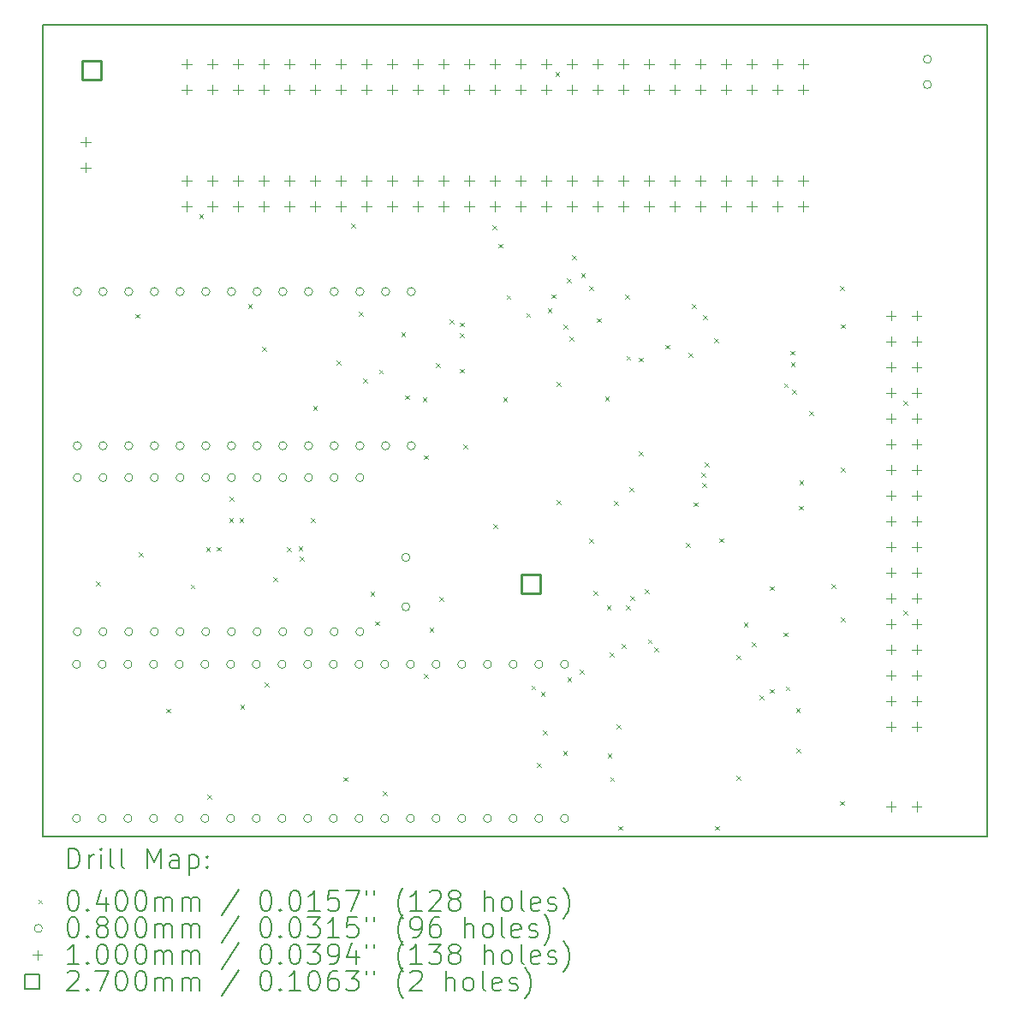
<source format=gbr>
%TF.GenerationSoftware,KiCad,Pcbnew,(6.0.7)*%
%TF.CreationDate,2022-12-20T23:03:32+00:00*%
%TF.ProjectId,CPC464-2MINIDDI,43504334-3634-42d3-924d-494e49444449,rev?*%
%TF.SameCoordinates,Original*%
%TF.FileFunction,Drillmap*%
%TF.FilePolarity,Positive*%
%FSLAX45Y45*%
G04 Gerber Fmt 4.5, Leading zero omitted, Abs format (unit mm)*
G04 Created by KiCad (PCBNEW (6.0.7)) date 2022-12-20 23:03:32*
%MOMM*%
%LPD*%
G01*
G04 APERTURE LIST*
%ADD10C,0.150000*%
%ADD11C,0.200000*%
%ADD12C,0.040000*%
%ADD13C,0.080000*%
%ADD14C,0.100000*%
%ADD15C,0.270000*%
G04 APERTURE END LIST*
D10*
X3349760Y-2150880D02*
X12686800Y-2150880D01*
X12686800Y-2150880D02*
X12686800Y-10172200D01*
X12686800Y-10172200D02*
X3349760Y-10172200D01*
X3349760Y-10172200D02*
X3349760Y-2150880D01*
D11*
D12*
X3873110Y-7655410D02*
X3913110Y-7695410D01*
X3913110Y-7655410D02*
X3873110Y-7695410D01*
X4262670Y-5006530D02*
X4302670Y-5046530D01*
X4302670Y-5006530D02*
X4262670Y-5046530D01*
X4294460Y-7365480D02*
X4334460Y-7405480D01*
X4334460Y-7365480D02*
X4294460Y-7405480D01*
X4569830Y-8911630D02*
X4609830Y-8951630D01*
X4609830Y-8911630D02*
X4569830Y-8951630D01*
X4808670Y-7683960D02*
X4848670Y-7723960D01*
X4848670Y-7683960D02*
X4808670Y-7723960D01*
X4892120Y-4021070D02*
X4932120Y-4061070D01*
X4932120Y-4021070D02*
X4892120Y-4061070D01*
X4960980Y-7313130D02*
X5000980Y-7353130D01*
X5000980Y-7313130D02*
X4960980Y-7353130D01*
X4973520Y-9762370D02*
X5013520Y-9802370D01*
X5013520Y-9762370D02*
X4973520Y-9802370D01*
X5065090Y-7310620D02*
X5105090Y-7350620D01*
X5105090Y-7310620D02*
X5065090Y-7350620D01*
X5189020Y-7026530D02*
X5229020Y-7066530D01*
X5229020Y-7026530D02*
X5189020Y-7066530D01*
X5194240Y-6812270D02*
X5234240Y-6852270D01*
X5234240Y-6812270D02*
X5194240Y-6852270D01*
X5291800Y-7026730D02*
X5331800Y-7066730D01*
X5331800Y-7026730D02*
X5291800Y-7066730D01*
X5300120Y-8873010D02*
X5340120Y-8913010D01*
X5340120Y-8873010D02*
X5300120Y-8913010D01*
X5374980Y-4913070D02*
X5414980Y-4953070D01*
X5414980Y-4913070D02*
X5374980Y-4953070D01*
X5513470Y-5333690D02*
X5553470Y-5373690D01*
X5553470Y-5333690D02*
X5513470Y-5373690D01*
X5540740Y-8653870D02*
X5580740Y-8693870D01*
X5580740Y-8653870D02*
X5540740Y-8693870D01*
X5624520Y-7610740D02*
X5664520Y-7650740D01*
X5664520Y-7610740D02*
X5624520Y-7650740D01*
X5760930Y-7312790D02*
X5800930Y-7352790D01*
X5800930Y-7312790D02*
X5760930Y-7352790D01*
X5875990Y-7309280D02*
X5915990Y-7349280D01*
X5915990Y-7309280D02*
X5875990Y-7349280D01*
X5890530Y-7409700D02*
X5930530Y-7449700D01*
X5930530Y-7409700D02*
X5890530Y-7449700D01*
X5999500Y-7026240D02*
X6039500Y-7066240D01*
X6039500Y-7026240D02*
X5999500Y-7066240D01*
X6018040Y-5919180D02*
X6058040Y-5959180D01*
X6058040Y-5919180D02*
X6018040Y-5959180D01*
X6249090Y-5469140D02*
X6289090Y-5509140D01*
X6289090Y-5469140D02*
X6249090Y-5509140D01*
X6318330Y-9588820D02*
X6358330Y-9628820D01*
X6358330Y-9588820D02*
X6318330Y-9628820D01*
X6395860Y-4117080D02*
X6435860Y-4157080D01*
X6435860Y-4117080D02*
X6395860Y-4157080D01*
X6472320Y-4987140D02*
X6512320Y-5027140D01*
X6512320Y-4987140D02*
X6472320Y-5027140D01*
X6512200Y-5649510D02*
X6552200Y-5689510D01*
X6552200Y-5649510D02*
X6512200Y-5689510D01*
X6586850Y-7757650D02*
X6626850Y-7797650D01*
X6626850Y-7757650D02*
X6586850Y-7797650D01*
X6635760Y-8046130D02*
X6675760Y-8086130D01*
X6675760Y-8046130D02*
X6635760Y-8086130D01*
X6671140Y-5557020D02*
X6711140Y-5597020D01*
X6711140Y-5557020D02*
X6671140Y-5597020D01*
X6709790Y-9728110D02*
X6749790Y-9768110D01*
X6749790Y-9728110D02*
X6709790Y-9768110D01*
X6891560Y-5187730D02*
X6931560Y-5227730D01*
X6931560Y-5187730D02*
X6891560Y-5227730D01*
X6927070Y-5812360D02*
X6967070Y-5852360D01*
X6967070Y-5812360D02*
X6927070Y-5852360D01*
X7102950Y-5834470D02*
X7142950Y-5874470D01*
X7142950Y-5834470D02*
X7102950Y-5874470D01*
X7116420Y-8565460D02*
X7156420Y-8605460D01*
X7156420Y-8565460D02*
X7116420Y-8605460D01*
X7117050Y-6403920D02*
X7157050Y-6443920D01*
X7157050Y-6403920D02*
X7117050Y-6443920D01*
X7171530Y-8112390D02*
X7211530Y-8152390D01*
X7211530Y-8112390D02*
X7171530Y-8152390D01*
X7234690Y-5495350D02*
X7274690Y-5535350D01*
X7274690Y-5495350D02*
X7234690Y-5535350D01*
X7266720Y-7804280D02*
X7306720Y-7844280D01*
X7306720Y-7804280D02*
X7266720Y-7844280D01*
X7369780Y-5064750D02*
X7409780Y-5104750D01*
X7409780Y-5064750D02*
X7369780Y-5104750D01*
X7470020Y-5550200D02*
X7510020Y-5590200D01*
X7510020Y-5550200D02*
X7470020Y-5590200D01*
X7470580Y-5196220D02*
X7510580Y-5236220D01*
X7510580Y-5196220D02*
X7470580Y-5236220D01*
X7471580Y-5091310D02*
X7511580Y-5131310D01*
X7511580Y-5091310D02*
X7471580Y-5131310D01*
X7506020Y-6296980D02*
X7546020Y-6336980D01*
X7546020Y-6296980D02*
X7506020Y-6336980D01*
X7791850Y-4129130D02*
X7831850Y-4169130D01*
X7831850Y-4129130D02*
X7791850Y-4169130D01*
X7802380Y-7089250D02*
X7842380Y-7129250D01*
X7842380Y-7089250D02*
X7802380Y-7129250D01*
X7849970Y-4314520D02*
X7889970Y-4354520D01*
X7889970Y-4314520D02*
X7849970Y-4354520D01*
X7898480Y-5833910D02*
X7938480Y-5873910D01*
X7938480Y-5833910D02*
X7898480Y-5873910D01*
X7933440Y-4822080D02*
X7973440Y-4862080D01*
X7973440Y-4822080D02*
X7933440Y-4862080D01*
X8126600Y-4998010D02*
X8166600Y-5038010D01*
X8166600Y-4998010D02*
X8126600Y-5038010D01*
X8176890Y-8683080D02*
X8216890Y-8723080D01*
X8216890Y-8683080D02*
X8176890Y-8723080D01*
X8231960Y-9449970D02*
X8271960Y-9489970D01*
X8271960Y-9449970D02*
X8231960Y-9489970D01*
X8271170Y-8742590D02*
X8311170Y-8782590D01*
X8311170Y-8742590D02*
X8271170Y-8782590D01*
X8292540Y-9128820D02*
X8332540Y-9168820D01*
X8332540Y-9128820D02*
X8292540Y-9168820D01*
X8339000Y-4954670D02*
X8379000Y-4994670D01*
X8379000Y-4954670D02*
X8339000Y-4994670D01*
X8378250Y-4812600D02*
X8418250Y-4852600D01*
X8418250Y-4812600D02*
X8378250Y-4852600D01*
X8415950Y-2618210D02*
X8455950Y-2658210D01*
X8455950Y-2618210D02*
X8415950Y-2658210D01*
X8426730Y-5679000D02*
X8466730Y-5719000D01*
X8466730Y-5679000D02*
X8426730Y-5719000D01*
X8426730Y-6850800D02*
X8466730Y-6890800D01*
X8466730Y-6850800D02*
X8426730Y-6890800D01*
X8491540Y-9327200D02*
X8531540Y-9367200D01*
X8531540Y-9327200D02*
X8491540Y-9367200D01*
X8497060Y-5112840D02*
X8537060Y-5152840D01*
X8537060Y-5112840D02*
X8497060Y-5152840D01*
X8530210Y-4653640D02*
X8570210Y-4693640D01*
X8570210Y-4653640D02*
X8530210Y-4693640D01*
X8532820Y-8599710D02*
X8572820Y-8639710D01*
X8572820Y-8599710D02*
X8532820Y-8639710D01*
X8551950Y-5231020D02*
X8591950Y-5271020D01*
X8591950Y-5231020D02*
X8551950Y-5271020D01*
X8579510Y-4430160D02*
X8619510Y-4470160D01*
X8619510Y-4430160D02*
X8579510Y-4470160D01*
X8656040Y-8527100D02*
X8696040Y-8567100D01*
X8696040Y-8527100D02*
X8656040Y-8567100D01*
X8667830Y-4604370D02*
X8707830Y-4644370D01*
X8707830Y-4604370D02*
X8667830Y-4644370D01*
X8746700Y-4730610D02*
X8786700Y-4770610D01*
X8786700Y-4730610D02*
X8746700Y-4770610D01*
X8746700Y-7232640D02*
X8786700Y-7272640D01*
X8786700Y-7232640D02*
X8746700Y-7272640D01*
X8791850Y-7747040D02*
X8831850Y-7787040D01*
X8831850Y-7747040D02*
X8791850Y-7787040D01*
X8826200Y-5050810D02*
X8866200Y-5090810D01*
X8866200Y-5050810D02*
X8826200Y-5090810D01*
X8906080Y-5823770D02*
X8946080Y-5863770D01*
X8946080Y-5823770D02*
X8906080Y-5863770D01*
X8921980Y-7889440D02*
X8961980Y-7929440D01*
X8961980Y-7889440D02*
X8921980Y-7929440D01*
X8930310Y-9357630D02*
X8970310Y-9397630D01*
X8970310Y-9357630D02*
X8930310Y-9397630D01*
X8952190Y-8354720D02*
X8992190Y-8394720D01*
X8992190Y-8354720D02*
X8952190Y-8394720D01*
X8956970Y-9588820D02*
X8996970Y-9628820D01*
X8996970Y-9588820D02*
X8956970Y-9628820D01*
X8997540Y-6858740D02*
X9037540Y-6898740D01*
X9037540Y-6858740D02*
X8997540Y-6898740D01*
X9021250Y-9064530D02*
X9061250Y-9104530D01*
X9061250Y-9064530D02*
X9021250Y-9104530D01*
X9037420Y-10071200D02*
X9077420Y-10111200D01*
X9077420Y-10071200D02*
X9037420Y-10111200D01*
X9073040Y-8269910D02*
X9113040Y-8309910D01*
X9113040Y-8269910D02*
X9073040Y-8309910D01*
X9103770Y-4818450D02*
X9143770Y-4858450D01*
X9143770Y-4818450D02*
X9103770Y-4858450D01*
X9111070Y-7891870D02*
X9151070Y-7931870D01*
X9151070Y-7891870D02*
X9111070Y-7931870D01*
X9117220Y-5422460D02*
X9157220Y-5462460D01*
X9157220Y-5422460D02*
X9117220Y-5462460D01*
X9149980Y-6724850D02*
X9189980Y-6764850D01*
X9189980Y-6724850D02*
X9149980Y-6764850D01*
X9158210Y-7797560D02*
X9198210Y-7837560D01*
X9198210Y-7797560D02*
X9158210Y-7837560D01*
X9238840Y-5440320D02*
X9278840Y-5480320D01*
X9278840Y-5440320D02*
X9238840Y-5480320D01*
X9238990Y-6367620D02*
X9278990Y-6407620D01*
X9278990Y-6367620D02*
X9238990Y-6407620D01*
X9297690Y-7731940D02*
X9337690Y-7771940D01*
X9337690Y-7731940D02*
X9297690Y-7771940D01*
X9328920Y-8224280D02*
X9368920Y-8264280D01*
X9368920Y-8224280D02*
X9328920Y-8264280D01*
X9391090Y-8303570D02*
X9431090Y-8343570D01*
X9431090Y-8303570D02*
X9391090Y-8343570D01*
X9505200Y-5312920D02*
X9545200Y-5352920D01*
X9545200Y-5312920D02*
X9505200Y-5352920D01*
X9705320Y-7273690D02*
X9745320Y-7313690D01*
X9745320Y-7273690D02*
X9705320Y-7313690D01*
X9732570Y-5391220D02*
X9772570Y-5431220D01*
X9772570Y-5391220D02*
X9732570Y-5431220D01*
X9767810Y-4907720D02*
X9807810Y-4947720D01*
X9807810Y-4907720D02*
X9767810Y-4947720D01*
X9780110Y-6870390D02*
X9820110Y-6910390D01*
X9820110Y-6870390D02*
X9780110Y-6910390D01*
X9857310Y-6576760D02*
X9897310Y-6616760D01*
X9897310Y-6576760D02*
X9857310Y-6616760D01*
X9867370Y-6677960D02*
X9907370Y-6717960D01*
X9907370Y-6677960D02*
X9867370Y-6717960D01*
X9878370Y-5019930D02*
X9918370Y-5059930D01*
X9918370Y-5019930D02*
X9878370Y-5059930D01*
X9894840Y-6475570D02*
X9934840Y-6515570D01*
X9934840Y-6475570D02*
X9894840Y-6515570D01*
X9987560Y-5246070D02*
X10027560Y-5286070D01*
X10027560Y-5246070D02*
X9987560Y-5286070D01*
X9992900Y-10071200D02*
X10032900Y-10111200D01*
X10032900Y-10071200D02*
X9992900Y-10111200D01*
X10033470Y-7226630D02*
X10073470Y-7266630D01*
X10073470Y-7226630D02*
X10033470Y-7266630D01*
X10205870Y-8379780D02*
X10245870Y-8419780D01*
X10245870Y-8379780D02*
X10205870Y-8419780D01*
X10206000Y-9573580D02*
X10246000Y-9613580D01*
X10246000Y-9573580D02*
X10206000Y-9613580D01*
X10277990Y-8061370D02*
X10317990Y-8101370D01*
X10317990Y-8061370D02*
X10277990Y-8101370D01*
X10357200Y-8252780D02*
X10397200Y-8292780D01*
X10397200Y-8252780D02*
X10357200Y-8292780D01*
X10435310Y-8781940D02*
X10475310Y-8821940D01*
X10475310Y-8781940D02*
X10435310Y-8821940D01*
X10532950Y-8716380D02*
X10572950Y-8756380D01*
X10572950Y-8716380D02*
X10532950Y-8756380D01*
X10536030Y-7700790D02*
X10576030Y-7740790D01*
X10576030Y-7700790D02*
X10536030Y-7740790D01*
X10668550Y-8157530D02*
X10708550Y-8197530D01*
X10708550Y-8157530D02*
X10668550Y-8197530D01*
X10676380Y-5693650D02*
X10716380Y-5733650D01*
X10716380Y-5693650D02*
X10676380Y-5733650D01*
X10691490Y-8691700D02*
X10731490Y-8731700D01*
X10731490Y-8691700D02*
X10691490Y-8731700D01*
X10736120Y-5372420D02*
X10776120Y-5412420D01*
X10776120Y-5372420D02*
X10736120Y-5412420D01*
X10742910Y-5488920D02*
X10782910Y-5528920D01*
X10782910Y-5488920D02*
X10742910Y-5528920D01*
X10753840Y-5757620D02*
X10793840Y-5797620D01*
X10793840Y-5757620D02*
X10753840Y-5797620D01*
X10794710Y-8907240D02*
X10834710Y-8947240D01*
X10834710Y-8907240D02*
X10794710Y-8947240D01*
X10795740Y-9307240D02*
X10835740Y-9347240D01*
X10835740Y-9307240D02*
X10795740Y-9347240D01*
X10825940Y-6904700D02*
X10865940Y-6944700D01*
X10865940Y-6904700D02*
X10825940Y-6944700D01*
X10828220Y-6655120D02*
X10868220Y-6695120D01*
X10868220Y-6655120D02*
X10828220Y-6695120D01*
X10925020Y-5971040D02*
X10965020Y-6011040D01*
X10965020Y-5971040D02*
X10925020Y-6011040D01*
X11145870Y-7680210D02*
X11185870Y-7720210D01*
X11185870Y-7680210D02*
X11145870Y-7720210D01*
X11232200Y-4732340D02*
X11272200Y-4772340D01*
X11272200Y-4732340D02*
X11232200Y-4772340D01*
X11232200Y-9825040D02*
X11272200Y-9865040D01*
X11272200Y-9825040D02*
X11232200Y-9865040D01*
X11237300Y-5108260D02*
X11277300Y-5148260D01*
X11277300Y-5108260D02*
X11237300Y-5148260D01*
X11237300Y-6528120D02*
X11277300Y-6568120D01*
X11277300Y-6528120D02*
X11237300Y-6568120D01*
X11237300Y-8006400D02*
X11277300Y-8046400D01*
X11277300Y-8006400D02*
X11237300Y-8046400D01*
X11855420Y-5868430D02*
X11895420Y-5908430D01*
X11895420Y-5868430D02*
X11855420Y-5908430D01*
X11857780Y-7942360D02*
X11897780Y-7982360D01*
X11897780Y-7942360D02*
X11857780Y-7982360D01*
D13*
X3719960Y-8472940D02*
G75*
G03*
X3719960Y-8472940I-40000J0D01*
G01*
X3719960Y-9996940D02*
G75*
G03*
X3719960Y-9996940I-40000J0D01*
G01*
X3728080Y-4787400D02*
G75*
G03*
X3728080Y-4787400I-40000J0D01*
G01*
X3728080Y-6311400D02*
G75*
G03*
X3728080Y-6311400I-40000J0D01*
G01*
X3728080Y-6626860D02*
G75*
G03*
X3728080Y-6626860I-40000J0D01*
G01*
X3728080Y-8150860D02*
G75*
G03*
X3728080Y-8150860I-40000J0D01*
G01*
X3973960Y-8472940D02*
G75*
G03*
X3973960Y-8472940I-40000J0D01*
G01*
X3973960Y-9996940D02*
G75*
G03*
X3973960Y-9996940I-40000J0D01*
G01*
X3982080Y-4787400D02*
G75*
G03*
X3982080Y-4787400I-40000J0D01*
G01*
X3982080Y-6311400D02*
G75*
G03*
X3982080Y-6311400I-40000J0D01*
G01*
X3982080Y-6626860D02*
G75*
G03*
X3982080Y-6626860I-40000J0D01*
G01*
X3982080Y-8150860D02*
G75*
G03*
X3982080Y-8150860I-40000J0D01*
G01*
X4227960Y-8472940D02*
G75*
G03*
X4227960Y-8472940I-40000J0D01*
G01*
X4227960Y-9996940D02*
G75*
G03*
X4227960Y-9996940I-40000J0D01*
G01*
X4236080Y-4787400D02*
G75*
G03*
X4236080Y-4787400I-40000J0D01*
G01*
X4236080Y-6311400D02*
G75*
G03*
X4236080Y-6311400I-40000J0D01*
G01*
X4236080Y-6626860D02*
G75*
G03*
X4236080Y-6626860I-40000J0D01*
G01*
X4236080Y-8150860D02*
G75*
G03*
X4236080Y-8150860I-40000J0D01*
G01*
X4481960Y-8472940D02*
G75*
G03*
X4481960Y-8472940I-40000J0D01*
G01*
X4481960Y-9996940D02*
G75*
G03*
X4481960Y-9996940I-40000J0D01*
G01*
X4490080Y-4787400D02*
G75*
G03*
X4490080Y-4787400I-40000J0D01*
G01*
X4490080Y-6311400D02*
G75*
G03*
X4490080Y-6311400I-40000J0D01*
G01*
X4490080Y-6626860D02*
G75*
G03*
X4490080Y-6626860I-40000J0D01*
G01*
X4490080Y-8150860D02*
G75*
G03*
X4490080Y-8150860I-40000J0D01*
G01*
X4735960Y-8472940D02*
G75*
G03*
X4735960Y-8472940I-40000J0D01*
G01*
X4735960Y-9996940D02*
G75*
G03*
X4735960Y-9996940I-40000J0D01*
G01*
X4744080Y-4787400D02*
G75*
G03*
X4744080Y-4787400I-40000J0D01*
G01*
X4744080Y-6311400D02*
G75*
G03*
X4744080Y-6311400I-40000J0D01*
G01*
X4744080Y-6626860D02*
G75*
G03*
X4744080Y-6626860I-40000J0D01*
G01*
X4744080Y-8150860D02*
G75*
G03*
X4744080Y-8150860I-40000J0D01*
G01*
X4989960Y-8472940D02*
G75*
G03*
X4989960Y-8472940I-40000J0D01*
G01*
X4989960Y-9996940D02*
G75*
G03*
X4989960Y-9996940I-40000J0D01*
G01*
X4998080Y-4787400D02*
G75*
G03*
X4998080Y-4787400I-40000J0D01*
G01*
X4998080Y-6311400D02*
G75*
G03*
X4998080Y-6311400I-40000J0D01*
G01*
X4998080Y-6626860D02*
G75*
G03*
X4998080Y-6626860I-40000J0D01*
G01*
X4998080Y-8150860D02*
G75*
G03*
X4998080Y-8150860I-40000J0D01*
G01*
X5243960Y-8472940D02*
G75*
G03*
X5243960Y-8472940I-40000J0D01*
G01*
X5243960Y-9996940D02*
G75*
G03*
X5243960Y-9996940I-40000J0D01*
G01*
X5252080Y-4787400D02*
G75*
G03*
X5252080Y-4787400I-40000J0D01*
G01*
X5252080Y-6311400D02*
G75*
G03*
X5252080Y-6311400I-40000J0D01*
G01*
X5252080Y-6626860D02*
G75*
G03*
X5252080Y-6626860I-40000J0D01*
G01*
X5252080Y-8150860D02*
G75*
G03*
X5252080Y-8150860I-40000J0D01*
G01*
X5497960Y-8472940D02*
G75*
G03*
X5497960Y-8472940I-40000J0D01*
G01*
X5497960Y-9996940D02*
G75*
G03*
X5497960Y-9996940I-40000J0D01*
G01*
X5506080Y-4787400D02*
G75*
G03*
X5506080Y-4787400I-40000J0D01*
G01*
X5506080Y-6311400D02*
G75*
G03*
X5506080Y-6311400I-40000J0D01*
G01*
X5506080Y-6626860D02*
G75*
G03*
X5506080Y-6626860I-40000J0D01*
G01*
X5506080Y-8150860D02*
G75*
G03*
X5506080Y-8150860I-40000J0D01*
G01*
X5751960Y-8472940D02*
G75*
G03*
X5751960Y-8472940I-40000J0D01*
G01*
X5751960Y-9996940D02*
G75*
G03*
X5751960Y-9996940I-40000J0D01*
G01*
X5760080Y-4787400D02*
G75*
G03*
X5760080Y-4787400I-40000J0D01*
G01*
X5760080Y-6311400D02*
G75*
G03*
X5760080Y-6311400I-40000J0D01*
G01*
X5760080Y-6626860D02*
G75*
G03*
X5760080Y-6626860I-40000J0D01*
G01*
X5760080Y-8150860D02*
G75*
G03*
X5760080Y-8150860I-40000J0D01*
G01*
X6005960Y-8472940D02*
G75*
G03*
X6005960Y-8472940I-40000J0D01*
G01*
X6005960Y-9996940D02*
G75*
G03*
X6005960Y-9996940I-40000J0D01*
G01*
X6014080Y-4787400D02*
G75*
G03*
X6014080Y-4787400I-40000J0D01*
G01*
X6014080Y-6311400D02*
G75*
G03*
X6014080Y-6311400I-40000J0D01*
G01*
X6014080Y-6626860D02*
G75*
G03*
X6014080Y-6626860I-40000J0D01*
G01*
X6014080Y-8150860D02*
G75*
G03*
X6014080Y-8150860I-40000J0D01*
G01*
X6259960Y-8472940D02*
G75*
G03*
X6259960Y-8472940I-40000J0D01*
G01*
X6259960Y-9996940D02*
G75*
G03*
X6259960Y-9996940I-40000J0D01*
G01*
X6268080Y-4787400D02*
G75*
G03*
X6268080Y-4787400I-40000J0D01*
G01*
X6268080Y-6311400D02*
G75*
G03*
X6268080Y-6311400I-40000J0D01*
G01*
X6268080Y-6626860D02*
G75*
G03*
X6268080Y-6626860I-40000J0D01*
G01*
X6268080Y-8150860D02*
G75*
G03*
X6268080Y-8150860I-40000J0D01*
G01*
X6513960Y-8472940D02*
G75*
G03*
X6513960Y-8472940I-40000J0D01*
G01*
X6513960Y-9996940D02*
G75*
G03*
X6513960Y-9996940I-40000J0D01*
G01*
X6522080Y-4787400D02*
G75*
G03*
X6522080Y-4787400I-40000J0D01*
G01*
X6522080Y-6311400D02*
G75*
G03*
X6522080Y-6311400I-40000J0D01*
G01*
X6522080Y-6626860D02*
G75*
G03*
X6522080Y-6626860I-40000J0D01*
G01*
X6522080Y-8150860D02*
G75*
G03*
X6522080Y-8150860I-40000J0D01*
G01*
X6767960Y-8472940D02*
G75*
G03*
X6767960Y-8472940I-40000J0D01*
G01*
X6767960Y-9996940D02*
G75*
G03*
X6767960Y-9996940I-40000J0D01*
G01*
X6776080Y-4787400D02*
G75*
G03*
X6776080Y-4787400I-40000J0D01*
G01*
X6776080Y-6311400D02*
G75*
G03*
X6776080Y-6311400I-40000J0D01*
G01*
X6976740Y-7415100D02*
G75*
G03*
X6976740Y-7415100I-40000J0D01*
G01*
X6976740Y-7903100D02*
G75*
G03*
X6976740Y-7903100I-40000J0D01*
G01*
X7021960Y-8472940D02*
G75*
G03*
X7021960Y-8472940I-40000J0D01*
G01*
X7021960Y-9996940D02*
G75*
G03*
X7021960Y-9996940I-40000J0D01*
G01*
X7030080Y-4787400D02*
G75*
G03*
X7030080Y-4787400I-40000J0D01*
G01*
X7030080Y-6311400D02*
G75*
G03*
X7030080Y-6311400I-40000J0D01*
G01*
X7275960Y-8472940D02*
G75*
G03*
X7275960Y-8472940I-40000J0D01*
G01*
X7275960Y-9996940D02*
G75*
G03*
X7275960Y-9996940I-40000J0D01*
G01*
X7529960Y-8472940D02*
G75*
G03*
X7529960Y-8472940I-40000J0D01*
G01*
X7529960Y-9996940D02*
G75*
G03*
X7529960Y-9996940I-40000J0D01*
G01*
X7783960Y-8472940D02*
G75*
G03*
X7783960Y-8472940I-40000J0D01*
G01*
X7783960Y-9996940D02*
G75*
G03*
X7783960Y-9996940I-40000J0D01*
G01*
X8037960Y-8472940D02*
G75*
G03*
X8037960Y-8472940I-40000J0D01*
G01*
X8037960Y-9996940D02*
G75*
G03*
X8037960Y-9996940I-40000J0D01*
G01*
X8291960Y-8472940D02*
G75*
G03*
X8291960Y-8472940I-40000J0D01*
G01*
X8291960Y-9996940D02*
G75*
G03*
X8291960Y-9996940I-40000J0D01*
G01*
X8545960Y-8472940D02*
G75*
G03*
X8545960Y-8472940I-40000J0D01*
G01*
X8545960Y-9996940D02*
G75*
G03*
X8545960Y-9996940I-40000J0D01*
G01*
X12132940Y-2489200D02*
G75*
G03*
X12132940Y-2489200I-40000J0D01*
G01*
X12132940Y-2739200D02*
G75*
G03*
X12132940Y-2739200I-40000J0D01*
G01*
D14*
X3771900Y-3255040D02*
X3771900Y-3355040D01*
X3721900Y-3305040D02*
X3821900Y-3305040D01*
X3771900Y-3509040D02*
X3771900Y-3609040D01*
X3721900Y-3559040D02*
X3821900Y-3559040D01*
X4767580Y-2484920D02*
X4767580Y-2584920D01*
X4717580Y-2534920D02*
X4817580Y-2534920D01*
X4767580Y-2738920D02*
X4767580Y-2838920D01*
X4717580Y-2788920D02*
X4817580Y-2788920D01*
X4767580Y-3638080D02*
X4767580Y-3738080D01*
X4717580Y-3688080D02*
X4817580Y-3688080D01*
X4767580Y-3892080D02*
X4767580Y-3992080D01*
X4717580Y-3942080D02*
X4817580Y-3942080D01*
X5021580Y-2484920D02*
X5021580Y-2584920D01*
X4971580Y-2534920D02*
X5071580Y-2534920D01*
X5021580Y-2738920D02*
X5021580Y-2838920D01*
X4971580Y-2788920D02*
X5071580Y-2788920D01*
X5021580Y-3638080D02*
X5021580Y-3738080D01*
X4971580Y-3688080D02*
X5071580Y-3688080D01*
X5021580Y-3892080D02*
X5021580Y-3992080D01*
X4971580Y-3942080D02*
X5071580Y-3942080D01*
X5275580Y-2484920D02*
X5275580Y-2584920D01*
X5225580Y-2534920D02*
X5325580Y-2534920D01*
X5275580Y-2738920D02*
X5275580Y-2838920D01*
X5225580Y-2788920D02*
X5325580Y-2788920D01*
X5275580Y-3638080D02*
X5275580Y-3738080D01*
X5225580Y-3688080D02*
X5325580Y-3688080D01*
X5275580Y-3892080D02*
X5275580Y-3992080D01*
X5225580Y-3942080D02*
X5325580Y-3942080D01*
X5529580Y-2484920D02*
X5529580Y-2584920D01*
X5479580Y-2534920D02*
X5579580Y-2534920D01*
X5529580Y-2738920D02*
X5529580Y-2838920D01*
X5479580Y-2788920D02*
X5579580Y-2788920D01*
X5529580Y-3638080D02*
X5529580Y-3738080D01*
X5479580Y-3688080D02*
X5579580Y-3688080D01*
X5529580Y-3892080D02*
X5529580Y-3992080D01*
X5479580Y-3942080D02*
X5579580Y-3942080D01*
X5783580Y-2484920D02*
X5783580Y-2584920D01*
X5733580Y-2534920D02*
X5833580Y-2534920D01*
X5783580Y-2738920D02*
X5783580Y-2838920D01*
X5733580Y-2788920D02*
X5833580Y-2788920D01*
X5783580Y-3638080D02*
X5783580Y-3738080D01*
X5733580Y-3688080D02*
X5833580Y-3688080D01*
X5783580Y-3892080D02*
X5783580Y-3992080D01*
X5733580Y-3942080D02*
X5833580Y-3942080D01*
X6037580Y-2484920D02*
X6037580Y-2584920D01*
X5987580Y-2534920D02*
X6087580Y-2534920D01*
X6037580Y-2738920D02*
X6037580Y-2838920D01*
X5987580Y-2788920D02*
X6087580Y-2788920D01*
X6037580Y-3638080D02*
X6037580Y-3738080D01*
X5987580Y-3688080D02*
X6087580Y-3688080D01*
X6037580Y-3892080D02*
X6037580Y-3992080D01*
X5987580Y-3942080D02*
X6087580Y-3942080D01*
X6291580Y-2484920D02*
X6291580Y-2584920D01*
X6241580Y-2534920D02*
X6341580Y-2534920D01*
X6291580Y-2738920D02*
X6291580Y-2838920D01*
X6241580Y-2788920D02*
X6341580Y-2788920D01*
X6291580Y-3638080D02*
X6291580Y-3738080D01*
X6241580Y-3688080D02*
X6341580Y-3688080D01*
X6291580Y-3892080D02*
X6291580Y-3992080D01*
X6241580Y-3942080D02*
X6341580Y-3942080D01*
X6545580Y-2484920D02*
X6545580Y-2584920D01*
X6495580Y-2534920D02*
X6595580Y-2534920D01*
X6545580Y-2738920D02*
X6545580Y-2838920D01*
X6495580Y-2788920D02*
X6595580Y-2788920D01*
X6545580Y-3638080D02*
X6545580Y-3738080D01*
X6495580Y-3688080D02*
X6595580Y-3688080D01*
X6545580Y-3892080D02*
X6545580Y-3992080D01*
X6495580Y-3942080D02*
X6595580Y-3942080D01*
X6799580Y-2484920D02*
X6799580Y-2584920D01*
X6749580Y-2534920D02*
X6849580Y-2534920D01*
X6799580Y-2738920D02*
X6799580Y-2838920D01*
X6749580Y-2788920D02*
X6849580Y-2788920D01*
X6799580Y-3638080D02*
X6799580Y-3738080D01*
X6749580Y-3688080D02*
X6849580Y-3688080D01*
X6799580Y-3892080D02*
X6799580Y-3992080D01*
X6749580Y-3942080D02*
X6849580Y-3942080D01*
X7053580Y-2484920D02*
X7053580Y-2584920D01*
X7003580Y-2534920D02*
X7103580Y-2534920D01*
X7053580Y-2738920D02*
X7053580Y-2838920D01*
X7003580Y-2788920D02*
X7103580Y-2788920D01*
X7053580Y-3638080D02*
X7053580Y-3738080D01*
X7003580Y-3688080D02*
X7103580Y-3688080D01*
X7053580Y-3892080D02*
X7053580Y-3992080D01*
X7003580Y-3942080D02*
X7103580Y-3942080D01*
X7307580Y-2484920D02*
X7307580Y-2584920D01*
X7257580Y-2534920D02*
X7357580Y-2534920D01*
X7307580Y-2738920D02*
X7307580Y-2838920D01*
X7257580Y-2788920D02*
X7357580Y-2788920D01*
X7307580Y-3638080D02*
X7307580Y-3738080D01*
X7257580Y-3688080D02*
X7357580Y-3688080D01*
X7307580Y-3892080D02*
X7307580Y-3992080D01*
X7257580Y-3942080D02*
X7357580Y-3942080D01*
X7561580Y-2484920D02*
X7561580Y-2584920D01*
X7511580Y-2534920D02*
X7611580Y-2534920D01*
X7561580Y-2738920D02*
X7561580Y-2838920D01*
X7511580Y-2788920D02*
X7611580Y-2788920D01*
X7561580Y-3638080D02*
X7561580Y-3738080D01*
X7511580Y-3688080D02*
X7611580Y-3688080D01*
X7561580Y-3892080D02*
X7561580Y-3992080D01*
X7511580Y-3942080D02*
X7611580Y-3942080D01*
X7815580Y-2484920D02*
X7815580Y-2584920D01*
X7765580Y-2534920D02*
X7865580Y-2534920D01*
X7815580Y-2738920D02*
X7815580Y-2838920D01*
X7765580Y-2788920D02*
X7865580Y-2788920D01*
X7815580Y-3638080D02*
X7815580Y-3738080D01*
X7765580Y-3688080D02*
X7865580Y-3688080D01*
X7815580Y-3892080D02*
X7815580Y-3992080D01*
X7765580Y-3942080D02*
X7865580Y-3942080D01*
X8069580Y-2484920D02*
X8069580Y-2584920D01*
X8019580Y-2534920D02*
X8119580Y-2534920D01*
X8069580Y-2738920D02*
X8069580Y-2838920D01*
X8019580Y-2788920D02*
X8119580Y-2788920D01*
X8069580Y-3638080D02*
X8069580Y-3738080D01*
X8019580Y-3688080D02*
X8119580Y-3688080D01*
X8069580Y-3892080D02*
X8069580Y-3992080D01*
X8019580Y-3942080D02*
X8119580Y-3942080D01*
X8323580Y-2484920D02*
X8323580Y-2584920D01*
X8273580Y-2534920D02*
X8373580Y-2534920D01*
X8323580Y-2738920D02*
X8323580Y-2838920D01*
X8273580Y-2788920D02*
X8373580Y-2788920D01*
X8323580Y-3638080D02*
X8323580Y-3738080D01*
X8273580Y-3688080D02*
X8373580Y-3688080D01*
X8323580Y-3892080D02*
X8323580Y-3992080D01*
X8273580Y-3942080D02*
X8373580Y-3942080D01*
X8577580Y-2484920D02*
X8577580Y-2584920D01*
X8527580Y-2534920D02*
X8627580Y-2534920D01*
X8577580Y-2738920D02*
X8577580Y-2838920D01*
X8527580Y-2788920D02*
X8627580Y-2788920D01*
X8577580Y-3638080D02*
X8577580Y-3738080D01*
X8527580Y-3688080D02*
X8627580Y-3688080D01*
X8577580Y-3892080D02*
X8577580Y-3992080D01*
X8527580Y-3942080D02*
X8627580Y-3942080D01*
X8831580Y-2484920D02*
X8831580Y-2584920D01*
X8781580Y-2534920D02*
X8881580Y-2534920D01*
X8831580Y-2738920D02*
X8831580Y-2838920D01*
X8781580Y-2788920D02*
X8881580Y-2788920D01*
X8831580Y-3638080D02*
X8831580Y-3738080D01*
X8781580Y-3688080D02*
X8881580Y-3688080D01*
X8831580Y-3892080D02*
X8831580Y-3992080D01*
X8781580Y-3942080D02*
X8881580Y-3942080D01*
X9085580Y-2484920D02*
X9085580Y-2584920D01*
X9035580Y-2534920D02*
X9135580Y-2534920D01*
X9085580Y-2738920D02*
X9085580Y-2838920D01*
X9035580Y-2788920D02*
X9135580Y-2788920D01*
X9085580Y-3638080D02*
X9085580Y-3738080D01*
X9035580Y-3688080D02*
X9135580Y-3688080D01*
X9085580Y-3892080D02*
X9085580Y-3992080D01*
X9035580Y-3942080D02*
X9135580Y-3942080D01*
X9339580Y-2484920D02*
X9339580Y-2584920D01*
X9289580Y-2534920D02*
X9389580Y-2534920D01*
X9339580Y-2738920D02*
X9339580Y-2838920D01*
X9289580Y-2788920D02*
X9389580Y-2788920D01*
X9339580Y-3638080D02*
X9339580Y-3738080D01*
X9289580Y-3688080D02*
X9389580Y-3688080D01*
X9339580Y-3892080D02*
X9339580Y-3992080D01*
X9289580Y-3942080D02*
X9389580Y-3942080D01*
X9593580Y-2484920D02*
X9593580Y-2584920D01*
X9543580Y-2534920D02*
X9643580Y-2534920D01*
X9593580Y-2738920D02*
X9593580Y-2838920D01*
X9543580Y-2788920D02*
X9643580Y-2788920D01*
X9593580Y-3638080D02*
X9593580Y-3738080D01*
X9543580Y-3688080D02*
X9643580Y-3688080D01*
X9593580Y-3892080D02*
X9593580Y-3992080D01*
X9543580Y-3942080D02*
X9643580Y-3942080D01*
X9847580Y-2484920D02*
X9847580Y-2584920D01*
X9797580Y-2534920D02*
X9897580Y-2534920D01*
X9847580Y-2738920D02*
X9847580Y-2838920D01*
X9797580Y-2788920D02*
X9897580Y-2788920D01*
X9847580Y-3638080D02*
X9847580Y-3738080D01*
X9797580Y-3688080D02*
X9897580Y-3688080D01*
X9847580Y-3892080D02*
X9847580Y-3992080D01*
X9797580Y-3942080D02*
X9897580Y-3942080D01*
X10101580Y-2484920D02*
X10101580Y-2584920D01*
X10051580Y-2534920D02*
X10151580Y-2534920D01*
X10101580Y-2738920D02*
X10101580Y-2838920D01*
X10051580Y-2788920D02*
X10151580Y-2788920D01*
X10101580Y-3638080D02*
X10101580Y-3738080D01*
X10051580Y-3688080D02*
X10151580Y-3688080D01*
X10101580Y-3892080D02*
X10101580Y-3992080D01*
X10051580Y-3942080D02*
X10151580Y-3942080D01*
X10355580Y-2484920D02*
X10355580Y-2584920D01*
X10305580Y-2534920D02*
X10405580Y-2534920D01*
X10355580Y-2738920D02*
X10355580Y-2838920D01*
X10305580Y-2788920D02*
X10405580Y-2788920D01*
X10355580Y-3638080D02*
X10355580Y-3738080D01*
X10305580Y-3688080D02*
X10405580Y-3688080D01*
X10355580Y-3892080D02*
X10355580Y-3992080D01*
X10305580Y-3942080D02*
X10405580Y-3942080D01*
X10609580Y-2484920D02*
X10609580Y-2584920D01*
X10559580Y-2534920D02*
X10659580Y-2534920D01*
X10609580Y-2738920D02*
X10609580Y-2838920D01*
X10559580Y-2788920D02*
X10659580Y-2788920D01*
X10609580Y-3638080D02*
X10609580Y-3738080D01*
X10559580Y-3688080D02*
X10659580Y-3688080D01*
X10609580Y-3892080D02*
X10609580Y-3992080D01*
X10559580Y-3942080D02*
X10659580Y-3942080D01*
X10863580Y-2484920D02*
X10863580Y-2584920D01*
X10813580Y-2534920D02*
X10913580Y-2534920D01*
X10863580Y-2738920D02*
X10863580Y-2838920D01*
X10813580Y-2788920D02*
X10913580Y-2788920D01*
X10863580Y-3638080D02*
X10863580Y-3738080D01*
X10813580Y-3688080D02*
X10913580Y-3688080D01*
X10863580Y-3892080D02*
X10863580Y-3992080D01*
X10813580Y-3942080D02*
X10913580Y-3942080D01*
X11732760Y-9828060D02*
X11732760Y-9928060D01*
X11682760Y-9878060D02*
X11782760Y-9878060D01*
X11733210Y-4974120D02*
X11733210Y-5074120D01*
X11683210Y-5024120D02*
X11783210Y-5024120D01*
X11733210Y-5228120D02*
X11733210Y-5328120D01*
X11683210Y-5278120D02*
X11783210Y-5278120D01*
X11733210Y-5482120D02*
X11733210Y-5582120D01*
X11683210Y-5532120D02*
X11783210Y-5532120D01*
X11733210Y-5736120D02*
X11733210Y-5836120D01*
X11683210Y-5786120D02*
X11783210Y-5786120D01*
X11733210Y-5990120D02*
X11733210Y-6090120D01*
X11683210Y-6040120D02*
X11783210Y-6040120D01*
X11733210Y-6244120D02*
X11733210Y-6344120D01*
X11683210Y-6294120D02*
X11783210Y-6294120D01*
X11733210Y-6498120D02*
X11733210Y-6598120D01*
X11683210Y-6548120D02*
X11783210Y-6548120D01*
X11733210Y-6752120D02*
X11733210Y-6852120D01*
X11683210Y-6802120D02*
X11783210Y-6802120D01*
X11733210Y-7006120D02*
X11733210Y-7106120D01*
X11683210Y-7056120D02*
X11783210Y-7056120D01*
X11733210Y-7260120D02*
X11733210Y-7360120D01*
X11683210Y-7310120D02*
X11783210Y-7310120D01*
X11733210Y-7514120D02*
X11733210Y-7614120D01*
X11683210Y-7564120D02*
X11783210Y-7564120D01*
X11733210Y-7768120D02*
X11733210Y-7868120D01*
X11683210Y-7818120D02*
X11783210Y-7818120D01*
X11733210Y-8022120D02*
X11733210Y-8122120D01*
X11683210Y-8072120D02*
X11783210Y-8072120D01*
X11733210Y-8276120D02*
X11733210Y-8376120D01*
X11683210Y-8326120D02*
X11783210Y-8326120D01*
X11733210Y-8530120D02*
X11733210Y-8630120D01*
X11683210Y-8580120D02*
X11783210Y-8580120D01*
X11733210Y-8784120D02*
X11733210Y-8884120D01*
X11683210Y-8834120D02*
X11783210Y-8834120D01*
X11733210Y-9038120D02*
X11733210Y-9138120D01*
X11683210Y-9088120D02*
X11783210Y-9088120D01*
X11986760Y-9828060D02*
X11986760Y-9928060D01*
X11936760Y-9878060D02*
X12036760Y-9878060D01*
X11987210Y-4974120D02*
X11987210Y-5074120D01*
X11937210Y-5024120D02*
X12037210Y-5024120D01*
X11987210Y-5228120D02*
X11987210Y-5328120D01*
X11937210Y-5278120D02*
X12037210Y-5278120D01*
X11987210Y-5482120D02*
X11987210Y-5582120D01*
X11937210Y-5532120D02*
X12037210Y-5532120D01*
X11987210Y-5736120D02*
X11987210Y-5836120D01*
X11937210Y-5786120D02*
X12037210Y-5786120D01*
X11987210Y-5990120D02*
X11987210Y-6090120D01*
X11937210Y-6040120D02*
X12037210Y-6040120D01*
X11987210Y-6244120D02*
X11987210Y-6344120D01*
X11937210Y-6294120D02*
X12037210Y-6294120D01*
X11987210Y-6498120D02*
X11987210Y-6598120D01*
X11937210Y-6548120D02*
X12037210Y-6548120D01*
X11987210Y-6752120D02*
X11987210Y-6852120D01*
X11937210Y-6802120D02*
X12037210Y-6802120D01*
X11987210Y-7006120D02*
X11987210Y-7106120D01*
X11937210Y-7056120D02*
X12037210Y-7056120D01*
X11987210Y-7260120D02*
X11987210Y-7360120D01*
X11937210Y-7310120D02*
X12037210Y-7310120D01*
X11987210Y-7514120D02*
X11987210Y-7614120D01*
X11937210Y-7564120D02*
X12037210Y-7564120D01*
X11987210Y-7768120D02*
X11987210Y-7868120D01*
X11937210Y-7818120D02*
X12037210Y-7818120D01*
X11987210Y-8022120D02*
X11987210Y-8122120D01*
X11937210Y-8072120D02*
X12037210Y-8072120D01*
X11987210Y-8276120D02*
X11987210Y-8376120D01*
X11937210Y-8326120D02*
X12037210Y-8326120D01*
X11987210Y-8530120D02*
X11987210Y-8630120D01*
X11937210Y-8580120D02*
X12037210Y-8580120D01*
X11987210Y-8784120D02*
X11987210Y-8884120D01*
X11937210Y-8834120D02*
X12037210Y-8834120D01*
X11987210Y-9038120D02*
X11987210Y-9138120D01*
X11937210Y-9088120D02*
X12037210Y-9088120D01*
D15*
X3922740Y-2693380D02*
X3922740Y-2502460D01*
X3731820Y-2502460D01*
X3731820Y-2693380D01*
X3922740Y-2693380D01*
X8266140Y-7773380D02*
X8266140Y-7582460D01*
X8075220Y-7582460D01*
X8075220Y-7773380D01*
X8266140Y-7773380D01*
D11*
X3599879Y-10490176D02*
X3599879Y-10290176D01*
X3647498Y-10290176D01*
X3676069Y-10299700D01*
X3695117Y-10318748D01*
X3704641Y-10337795D01*
X3714165Y-10375890D01*
X3714165Y-10404462D01*
X3704641Y-10442557D01*
X3695117Y-10461605D01*
X3676069Y-10480652D01*
X3647498Y-10490176D01*
X3599879Y-10490176D01*
X3799879Y-10490176D02*
X3799879Y-10356843D01*
X3799879Y-10394938D02*
X3809403Y-10375890D01*
X3818927Y-10366367D01*
X3837974Y-10356843D01*
X3857022Y-10356843D01*
X3923688Y-10490176D02*
X3923688Y-10356843D01*
X3923688Y-10290176D02*
X3914165Y-10299700D01*
X3923688Y-10309224D01*
X3933212Y-10299700D01*
X3923688Y-10290176D01*
X3923688Y-10309224D01*
X4047498Y-10490176D02*
X4028450Y-10480652D01*
X4018927Y-10461605D01*
X4018927Y-10290176D01*
X4152260Y-10490176D02*
X4133212Y-10480652D01*
X4123688Y-10461605D01*
X4123688Y-10290176D01*
X4380831Y-10490176D02*
X4380831Y-10290176D01*
X4447498Y-10433033D01*
X4514165Y-10290176D01*
X4514165Y-10490176D01*
X4695117Y-10490176D02*
X4695117Y-10385414D01*
X4685593Y-10366367D01*
X4666546Y-10356843D01*
X4628450Y-10356843D01*
X4609403Y-10366367D01*
X4695117Y-10480652D02*
X4676070Y-10490176D01*
X4628450Y-10490176D01*
X4609403Y-10480652D01*
X4599879Y-10461605D01*
X4599879Y-10442557D01*
X4609403Y-10423510D01*
X4628450Y-10413986D01*
X4676070Y-10413986D01*
X4695117Y-10404462D01*
X4790355Y-10356843D02*
X4790355Y-10556843D01*
X4790355Y-10366367D02*
X4809403Y-10356843D01*
X4847498Y-10356843D01*
X4866546Y-10366367D01*
X4876070Y-10375890D01*
X4885593Y-10394938D01*
X4885593Y-10452081D01*
X4876070Y-10471129D01*
X4866546Y-10480652D01*
X4847498Y-10490176D01*
X4809403Y-10490176D01*
X4790355Y-10480652D01*
X4971308Y-10471129D02*
X4980831Y-10480652D01*
X4971308Y-10490176D01*
X4961784Y-10480652D01*
X4971308Y-10471129D01*
X4971308Y-10490176D01*
X4971308Y-10366367D02*
X4980831Y-10375890D01*
X4971308Y-10385414D01*
X4961784Y-10375890D01*
X4971308Y-10366367D01*
X4971308Y-10385414D01*
D12*
X3302260Y-10799700D02*
X3342260Y-10839700D01*
X3342260Y-10799700D02*
X3302260Y-10839700D01*
D11*
X3637974Y-10710176D02*
X3657022Y-10710176D01*
X3676069Y-10719700D01*
X3685593Y-10729224D01*
X3695117Y-10748271D01*
X3704641Y-10786367D01*
X3704641Y-10833986D01*
X3695117Y-10872081D01*
X3685593Y-10891129D01*
X3676069Y-10900652D01*
X3657022Y-10910176D01*
X3637974Y-10910176D01*
X3618927Y-10900652D01*
X3609403Y-10891129D01*
X3599879Y-10872081D01*
X3590355Y-10833986D01*
X3590355Y-10786367D01*
X3599879Y-10748271D01*
X3609403Y-10729224D01*
X3618927Y-10719700D01*
X3637974Y-10710176D01*
X3790355Y-10891129D02*
X3799879Y-10900652D01*
X3790355Y-10910176D01*
X3780831Y-10900652D01*
X3790355Y-10891129D01*
X3790355Y-10910176D01*
X3971308Y-10776843D02*
X3971308Y-10910176D01*
X3923688Y-10700652D02*
X3876069Y-10843510D01*
X3999879Y-10843510D01*
X4114165Y-10710176D02*
X4133212Y-10710176D01*
X4152260Y-10719700D01*
X4161784Y-10729224D01*
X4171308Y-10748271D01*
X4180831Y-10786367D01*
X4180831Y-10833986D01*
X4171308Y-10872081D01*
X4161784Y-10891129D01*
X4152260Y-10900652D01*
X4133212Y-10910176D01*
X4114165Y-10910176D01*
X4095117Y-10900652D01*
X4085593Y-10891129D01*
X4076069Y-10872081D01*
X4066546Y-10833986D01*
X4066546Y-10786367D01*
X4076069Y-10748271D01*
X4085593Y-10729224D01*
X4095117Y-10719700D01*
X4114165Y-10710176D01*
X4304641Y-10710176D02*
X4323689Y-10710176D01*
X4342736Y-10719700D01*
X4352260Y-10729224D01*
X4361784Y-10748271D01*
X4371308Y-10786367D01*
X4371308Y-10833986D01*
X4361784Y-10872081D01*
X4352260Y-10891129D01*
X4342736Y-10900652D01*
X4323689Y-10910176D01*
X4304641Y-10910176D01*
X4285593Y-10900652D01*
X4276070Y-10891129D01*
X4266546Y-10872081D01*
X4257022Y-10833986D01*
X4257022Y-10786367D01*
X4266546Y-10748271D01*
X4276070Y-10729224D01*
X4285593Y-10719700D01*
X4304641Y-10710176D01*
X4457022Y-10910176D02*
X4457022Y-10776843D01*
X4457022Y-10795890D02*
X4466546Y-10786367D01*
X4485593Y-10776843D01*
X4514165Y-10776843D01*
X4533212Y-10786367D01*
X4542736Y-10805414D01*
X4542736Y-10910176D01*
X4542736Y-10805414D02*
X4552260Y-10786367D01*
X4571308Y-10776843D01*
X4599879Y-10776843D01*
X4618927Y-10786367D01*
X4628450Y-10805414D01*
X4628450Y-10910176D01*
X4723689Y-10910176D02*
X4723689Y-10776843D01*
X4723689Y-10795890D02*
X4733212Y-10786367D01*
X4752260Y-10776843D01*
X4780831Y-10776843D01*
X4799879Y-10786367D01*
X4809403Y-10805414D01*
X4809403Y-10910176D01*
X4809403Y-10805414D02*
X4818927Y-10786367D01*
X4837974Y-10776843D01*
X4866546Y-10776843D01*
X4885593Y-10786367D01*
X4895117Y-10805414D01*
X4895117Y-10910176D01*
X5285593Y-10700652D02*
X5114165Y-10957795D01*
X5542736Y-10710176D02*
X5561784Y-10710176D01*
X5580831Y-10719700D01*
X5590355Y-10729224D01*
X5599879Y-10748271D01*
X5609403Y-10786367D01*
X5609403Y-10833986D01*
X5599879Y-10872081D01*
X5590355Y-10891129D01*
X5580831Y-10900652D01*
X5561784Y-10910176D01*
X5542736Y-10910176D01*
X5523689Y-10900652D01*
X5514165Y-10891129D01*
X5504641Y-10872081D01*
X5495117Y-10833986D01*
X5495117Y-10786367D01*
X5504641Y-10748271D01*
X5514165Y-10729224D01*
X5523689Y-10719700D01*
X5542736Y-10710176D01*
X5695117Y-10891129D02*
X5704641Y-10900652D01*
X5695117Y-10910176D01*
X5685593Y-10900652D01*
X5695117Y-10891129D01*
X5695117Y-10910176D01*
X5828450Y-10710176D02*
X5847498Y-10710176D01*
X5866546Y-10719700D01*
X5876069Y-10729224D01*
X5885593Y-10748271D01*
X5895117Y-10786367D01*
X5895117Y-10833986D01*
X5885593Y-10872081D01*
X5876069Y-10891129D01*
X5866546Y-10900652D01*
X5847498Y-10910176D01*
X5828450Y-10910176D01*
X5809403Y-10900652D01*
X5799879Y-10891129D01*
X5790355Y-10872081D01*
X5780831Y-10833986D01*
X5780831Y-10786367D01*
X5790355Y-10748271D01*
X5799879Y-10729224D01*
X5809403Y-10719700D01*
X5828450Y-10710176D01*
X6085593Y-10910176D02*
X5971308Y-10910176D01*
X6028450Y-10910176D02*
X6028450Y-10710176D01*
X6009403Y-10738748D01*
X5990355Y-10757795D01*
X5971308Y-10767319D01*
X6266546Y-10710176D02*
X6171308Y-10710176D01*
X6161784Y-10805414D01*
X6171308Y-10795890D01*
X6190355Y-10786367D01*
X6237974Y-10786367D01*
X6257022Y-10795890D01*
X6266546Y-10805414D01*
X6276069Y-10824462D01*
X6276069Y-10872081D01*
X6266546Y-10891129D01*
X6257022Y-10900652D01*
X6237974Y-10910176D01*
X6190355Y-10910176D01*
X6171308Y-10900652D01*
X6161784Y-10891129D01*
X6342736Y-10710176D02*
X6476069Y-10710176D01*
X6390355Y-10910176D01*
X6542736Y-10710176D02*
X6542736Y-10748271D01*
X6618927Y-10710176D02*
X6618927Y-10748271D01*
X6914165Y-10986367D02*
X6904641Y-10976843D01*
X6885593Y-10948271D01*
X6876069Y-10929224D01*
X6866546Y-10900652D01*
X6857022Y-10853033D01*
X6857022Y-10814938D01*
X6866546Y-10767319D01*
X6876069Y-10738748D01*
X6885593Y-10719700D01*
X6904641Y-10691129D01*
X6914165Y-10681605D01*
X7095117Y-10910176D02*
X6980831Y-10910176D01*
X7037974Y-10910176D02*
X7037974Y-10710176D01*
X7018927Y-10738748D01*
X6999879Y-10757795D01*
X6980831Y-10767319D01*
X7171308Y-10729224D02*
X7180831Y-10719700D01*
X7199879Y-10710176D01*
X7247498Y-10710176D01*
X7266546Y-10719700D01*
X7276069Y-10729224D01*
X7285593Y-10748271D01*
X7285593Y-10767319D01*
X7276069Y-10795890D01*
X7161784Y-10910176D01*
X7285593Y-10910176D01*
X7399879Y-10795890D02*
X7380831Y-10786367D01*
X7371308Y-10776843D01*
X7361784Y-10757795D01*
X7361784Y-10748271D01*
X7371308Y-10729224D01*
X7380831Y-10719700D01*
X7399879Y-10710176D01*
X7437974Y-10710176D01*
X7457022Y-10719700D01*
X7466546Y-10729224D01*
X7476069Y-10748271D01*
X7476069Y-10757795D01*
X7466546Y-10776843D01*
X7457022Y-10786367D01*
X7437974Y-10795890D01*
X7399879Y-10795890D01*
X7380831Y-10805414D01*
X7371308Y-10814938D01*
X7361784Y-10833986D01*
X7361784Y-10872081D01*
X7371308Y-10891129D01*
X7380831Y-10900652D01*
X7399879Y-10910176D01*
X7437974Y-10910176D01*
X7457022Y-10900652D01*
X7466546Y-10891129D01*
X7476069Y-10872081D01*
X7476069Y-10833986D01*
X7466546Y-10814938D01*
X7457022Y-10805414D01*
X7437974Y-10795890D01*
X7714165Y-10910176D02*
X7714165Y-10710176D01*
X7799879Y-10910176D02*
X7799879Y-10805414D01*
X7790355Y-10786367D01*
X7771308Y-10776843D01*
X7742736Y-10776843D01*
X7723688Y-10786367D01*
X7714165Y-10795890D01*
X7923688Y-10910176D02*
X7904641Y-10900652D01*
X7895117Y-10891129D01*
X7885593Y-10872081D01*
X7885593Y-10814938D01*
X7895117Y-10795890D01*
X7904641Y-10786367D01*
X7923688Y-10776843D01*
X7952260Y-10776843D01*
X7971308Y-10786367D01*
X7980831Y-10795890D01*
X7990355Y-10814938D01*
X7990355Y-10872081D01*
X7980831Y-10891129D01*
X7971308Y-10900652D01*
X7952260Y-10910176D01*
X7923688Y-10910176D01*
X8104641Y-10910176D02*
X8085593Y-10900652D01*
X8076069Y-10881605D01*
X8076069Y-10710176D01*
X8257022Y-10900652D02*
X8237974Y-10910176D01*
X8199879Y-10910176D01*
X8180831Y-10900652D01*
X8171308Y-10881605D01*
X8171308Y-10805414D01*
X8180831Y-10786367D01*
X8199879Y-10776843D01*
X8237974Y-10776843D01*
X8257022Y-10786367D01*
X8266546Y-10805414D01*
X8266546Y-10824462D01*
X8171308Y-10843510D01*
X8342736Y-10900652D02*
X8361784Y-10910176D01*
X8399879Y-10910176D01*
X8418927Y-10900652D01*
X8428450Y-10881605D01*
X8428450Y-10872081D01*
X8418927Y-10853033D01*
X8399879Y-10843510D01*
X8371308Y-10843510D01*
X8352260Y-10833986D01*
X8342736Y-10814938D01*
X8342736Y-10805414D01*
X8352260Y-10786367D01*
X8371308Y-10776843D01*
X8399879Y-10776843D01*
X8418927Y-10786367D01*
X8495117Y-10986367D02*
X8504641Y-10976843D01*
X8523689Y-10948271D01*
X8533212Y-10929224D01*
X8542736Y-10900652D01*
X8552260Y-10853033D01*
X8552260Y-10814938D01*
X8542736Y-10767319D01*
X8533212Y-10738748D01*
X8523689Y-10719700D01*
X8504641Y-10691129D01*
X8495117Y-10681605D01*
D13*
X3342260Y-11083700D02*
G75*
G03*
X3342260Y-11083700I-40000J0D01*
G01*
D11*
X3637974Y-10974176D02*
X3657022Y-10974176D01*
X3676069Y-10983700D01*
X3685593Y-10993224D01*
X3695117Y-11012271D01*
X3704641Y-11050367D01*
X3704641Y-11097986D01*
X3695117Y-11136081D01*
X3685593Y-11155129D01*
X3676069Y-11164652D01*
X3657022Y-11174176D01*
X3637974Y-11174176D01*
X3618927Y-11164652D01*
X3609403Y-11155129D01*
X3599879Y-11136081D01*
X3590355Y-11097986D01*
X3590355Y-11050367D01*
X3599879Y-11012271D01*
X3609403Y-10993224D01*
X3618927Y-10983700D01*
X3637974Y-10974176D01*
X3790355Y-11155129D02*
X3799879Y-11164652D01*
X3790355Y-11174176D01*
X3780831Y-11164652D01*
X3790355Y-11155129D01*
X3790355Y-11174176D01*
X3914165Y-11059890D02*
X3895117Y-11050367D01*
X3885593Y-11040843D01*
X3876069Y-11021795D01*
X3876069Y-11012271D01*
X3885593Y-10993224D01*
X3895117Y-10983700D01*
X3914165Y-10974176D01*
X3952260Y-10974176D01*
X3971308Y-10983700D01*
X3980831Y-10993224D01*
X3990355Y-11012271D01*
X3990355Y-11021795D01*
X3980831Y-11040843D01*
X3971308Y-11050367D01*
X3952260Y-11059890D01*
X3914165Y-11059890D01*
X3895117Y-11069414D01*
X3885593Y-11078938D01*
X3876069Y-11097986D01*
X3876069Y-11136081D01*
X3885593Y-11155129D01*
X3895117Y-11164652D01*
X3914165Y-11174176D01*
X3952260Y-11174176D01*
X3971308Y-11164652D01*
X3980831Y-11155129D01*
X3990355Y-11136081D01*
X3990355Y-11097986D01*
X3980831Y-11078938D01*
X3971308Y-11069414D01*
X3952260Y-11059890D01*
X4114165Y-10974176D02*
X4133212Y-10974176D01*
X4152260Y-10983700D01*
X4161784Y-10993224D01*
X4171308Y-11012271D01*
X4180831Y-11050367D01*
X4180831Y-11097986D01*
X4171308Y-11136081D01*
X4161784Y-11155129D01*
X4152260Y-11164652D01*
X4133212Y-11174176D01*
X4114165Y-11174176D01*
X4095117Y-11164652D01*
X4085593Y-11155129D01*
X4076069Y-11136081D01*
X4066546Y-11097986D01*
X4066546Y-11050367D01*
X4076069Y-11012271D01*
X4085593Y-10993224D01*
X4095117Y-10983700D01*
X4114165Y-10974176D01*
X4304641Y-10974176D02*
X4323689Y-10974176D01*
X4342736Y-10983700D01*
X4352260Y-10993224D01*
X4361784Y-11012271D01*
X4371308Y-11050367D01*
X4371308Y-11097986D01*
X4361784Y-11136081D01*
X4352260Y-11155129D01*
X4342736Y-11164652D01*
X4323689Y-11174176D01*
X4304641Y-11174176D01*
X4285593Y-11164652D01*
X4276070Y-11155129D01*
X4266546Y-11136081D01*
X4257022Y-11097986D01*
X4257022Y-11050367D01*
X4266546Y-11012271D01*
X4276070Y-10993224D01*
X4285593Y-10983700D01*
X4304641Y-10974176D01*
X4457022Y-11174176D02*
X4457022Y-11040843D01*
X4457022Y-11059890D02*
X4466546Y-11050367D01*
X4485593Y-11040843D01*
X4514165Y-11040843D01*
X4533212Y-11050367D01*
X4542736Y-11069414D01*
X4542736Y-11174176D01*
X4542736Y-11069414D02*
X4552260Y-11050367D01*
X4571308Y-11040843D01*
X4599879Y-11040843D01*
X4618927Y-11050367D01*
X4628450Y-11069414D01*
X4628450Y-11174176D01*
X4723689Y-11174176D02*
X4723689Y-11040843D01*
X4723689Y-11059890D02*
X4733212Y-11050367D01*
X4752260Y-11040843D01*
X4780831Y-11040843D01*
X4799879Y-11050367D01*
X4809403Y-11069414D01*
X4809403Y-11174176D01*
X4809403Y-11069414D02*
X4818927Y-11050367D01*
X4837974Y-11040843D01*
X4866546Y-11040843D01*
X4885593Y-11050367D01*
X4895117Y-11069414D01*
X4895117Y-11174176D01*
X5285593Y-10964652D02*
X5114165Y-11221795D01*
X5542736Y-10974176D02*
X5561784Y-10974176D01*
X5580831Y-10983700D01*
X5590355Y-10993224D01*
X5599879Y-11012271D01*
X5609403Y-11050367D01*
X5609403Y-11097986D01*
X5599879Y-11136081D01*
X5590355Y-11155129D01*
X5580831Y-11164652D01*
X5561784Y-11174176D01*
X5542736Y-11174176D01*
X5523689Y-11164652D01*
X5514165Y-11155129D01*
X5504641Y-11136081D01*
X5495117Y-11097986D01*
X5495117Y-11050367D01*
X5504641Y-11012271D01*
X5514165Y-10993224D01*
X5523689Y-10983700D01*
X5542736Y-10974176D01*
X5695117Y-11155129D02*
X5704641Y-11164652D01*
X5695117Y-11174176D01*
X5685593Y-11164652D01*
X5695117Y-11155129D01*
X5695117Y-11174176D01*
X5828450Y-10974176D02*
X5847498Y-10974176D01*
X5866546Y-10983700D01*
X5876069Y-10993224D01*
X5885593Y-11012271D01*
X5895117Y-11050367D01*
X5895117Y-11097986D01*
X5885593Y-11136081D01*
X5876069Y-11155129D01*
X5866546Y-11164652D01*
X5847498Y-11174176D01*
X5828450Y-11174176D01*
X5809403Y-11164652D01*
X5799879Y-11155129D01*
X5790355Y-11136081D01*
X5780831Y-11097986D01*
X5780831Y-11050367D01*
X5790355Y-11012271D01*
X5799879Y-10993224D01*
X5809403Y-10983700D01*
X5828450Y-10974176D01*
X5961784Y-10974176D02*
X6085593Y-10974176D01*
X6018927Y-11050367D01*
X6047498Y-11050367D01*
X6066546Y-11059890D01*
X6076069Y-11069414D01*
X6085593Y-11088462D01*
X6085593Y-11136081D01*
X6076069Y-11155129D01*
X6066546Y-11164652D01*
X6047498Y-11174176D01*
X5990355Y-11174176D01*
X5971308Y-11164652D01*
X5961784Y-11155129D01*
X6276069Y-11174176D02*
X6161784Y-11174176D01*
X6218927Y-11174176D02*
X6218927Y-10974176D01*
X6199879Y-11002748D01*
X6180831Y-11021795D01*
X6161784Y-11031319D01*
X6457022Y-10974176D02*
X6361784Y-10974176D01*
X6352260Y-11069414D01*
X6361784Y-11059890D01*
X6380831Y-11050367D01*
X6428450Y-11050367D01*
X6447498Y-11059890D01*
X6457022Y-11069414D01*
X6466546Y-11088462D01*
X6466546Y-11136081D01*
X6457022Y-11155129D01*
X6447498Y-11164652D01*
X6428450Y-11174176D01*
X6380831Y-11174176D01*
X6361784Y-11164652D01*
X6352260Y-11155129D01*
X6542736Y-10974176D02*
X6542736Y-11012271D01*
X6618927Y-10974176D02*
X6618927Y-11012271D01*
X6914165Y-11250367D02*
X6904641Y-11240843D01*
X6885593Y-11212271D01*
X6876069Y-11193224D01*
X6866546Y-11164652D01*
X6857022Y-11117033D01*
X6857022Y-11078938D01*
X6866546Y-11031319D01*
X6876069Y-11002748D01*
X6885593Y-10983700D01*
X6904641Y-10955129D01*
X6914165Y-10945605D01*
X6999879Y-11174176D02*
X7037974Y-11174176D01*
X7057022Y-11164652D01*
X7066546Y-11155129D01*
X7085593Y-11126557D01*
X7095117Y-11088462D01*
X7095117Y-11012271D01*
X7085593Y-10993224D01*
X7076069Y-10983700D01*
X7057022Y-10974176D01*
X7018927Y-10974176D01*
X6999879Y-10983700D01*
X6990355Y-10993224D01*
X6980831Y-11012271D01*
X6980831Y-11059890D01*
X6990355Y-11078938D01*
X6999879Y-11088462D01*
X7018927Y-11097986D01*
X7057022Y-11097986D01*
X7076069Y-11088462D01*
X7085593Y-11078938D01*
X7095117Y-11059890D01*
X7266546Y-10974176D02*
X7228450Y-10974176D01*
X7209403Y-10983700D01*
X7199879Y-10993224D01*
X7180831Y-11021795D01*
X7171308Y-11059890D01*
X7171308Y-11136081D01*
X7180831Y-11155129D01*
X7190355Y-11164652D01*
X7209403Y-11174176D01*
X7247498Y-11174176D01*
X7266546Y-11164652D01*
X7276069Y-11155129D01*
X7285593Y-11136081D01*
X7285593Y-11088462D01*
X7276069Y-11069414D01*
X7266546Y-11059890D01*
X7247498Y-11050367D01*
X7209403Y-11050367D01*
X7190355Y-11059890D01*
X7180831Y-11069414D01*
X7171308Y-11088462D01*
X7523688Y-11174176D02*
X7523688Y-10974176D01*
X7609403Y-11174176D02*
X7609403Y-11069414D01*
X7599879Y-11050367D01*
X7580831Y-11040843D01*
X7552260Y-11040843D01*
X7533212Y-11050367D01*
X7523688Y-11059890D01*
X7733212Y-11174176D02*
X7714165Y-11164652D01*
X7704641Y-11155129D01*
X7695117Y-11136081D01*
X7695117Y-11078938D01*
X7704641Y-11059890D01*
X7714165Y-11050367D01*
X7733212Y-11040843D01*
X7761784Y-11040843D01*
X7780831Y-11050367D01*
X7790355Y-11059890D01*
X7799879Y-11078938D01*
X7799879Y-11136081D01*
X7790355Y-11155129D01*
X7780831Y-11164652D01*
X7761784Y-11174176D01*
X7733212Y-11174176D01*
X7914165Y-11174176D02*
X7895117Y-11164652D01*
X7885593Y-11145605D01*
X7885593Y-10974176D01*
X8066546Y-11164652D02*
X8047498Y-11174176D01*
X8009403Y-11174176D01*
X7990355Y-11164652D01*
X7980831Y-11145605D01*
X7980831Y-11069414D01*
X7990355Y-11050367D01*
X8009403Y-11040843D01*
X8047498Y-11040843D01*
X8066546Y-11050367D01*
X8076069Y-11069414D01*
X8076069Y-11088462D01*
X7980831Y-11107510D01*
X8152260Y-11164652D02*
X8171308Y-11174176D01*
X8209403Y-11174176D01*
X8228450Y-11164652D01*
X8237974Y-11145605D01*
X8237974Y-11136081D01*
X8228450Y-11117033D01*
X8209403Y-11107510D01*
X8180831Y-11107510D01*
X8161784Y-11097986D01*
X8152260Y-11078938D01*
X8152260Y-11069414D01*
X8161784Y-11050367D01*
X8180831Y-11040843D01*
X8209403Y-11040843D01*
X8228450Y-11050367D01*
X8304641Y-11250367D02*
X8314165Y-11240843D01*
X8333212Y-11212271D01*
X8342736Y-11193224D01*
X8352260Y-11164652D01*
X8361784Y-11117033D01*
X8361784Y-11078938D01*
X8352260Y-11031319D01*
X8342736Y-11002748D01*
X8333212Y-10983700D01*
X8314165Y-10955129D01*
X8304641Y-10945605D01*
D14*
X3292260Y-11297700D02*
X3292260Y-11397700D01*
X3242260Y-11347700D02*
X3342260Y-11347700D01*
D11*
X3704641Y-11438176D02*
X3590355Y-11438176D01*
X3647498Y-11438176D02*
X3647498Y-11238176D01*
X3628450Y-11266748D01*
X3609403Y-11285795D01*
X3590355Y-11295319D01*
X3790355Y-11419128D02*
X3799879Y-11428652D01*
X3790355Y-11438176D01*
X3780831Y-11428652D01*
X3790355Y-11419128D01*
X3790355Y-11438176D01*
X3923688Y-11238176D02*
X3942736Y-11238176D01*
X3961784Y-11247700D01*
X3971308Y-11257224D01*
X3980831Y-11276271D01*
X3990355Y-11314367D01*
X3990355Y-11361986D01*
X3980831Y-11400081D01*
X3971308Y-11419128D01*
X3961784Y-11428652D01*
X3942736Y-11438176D01*
X3923688Y-11438176D01*
X3904641Y-11428652D01*
X3895117Y-11419128D01*
X3885593Y-11400081D01*
X3876069Y-11361986D01*
X3876069Y-11314367D01*
X3885593Y-11276271D01*
X3895117Y-11257224D01*
X3904641Y-11247700D01*
X3923688Y-11238176D01*
X4114165Y-11238176D02*
X4133212Y-11238176D01*
X4152260Y-11247700D01*
X4161784Y-11257224D01*
X4171308Y-11276271D01*
X4180831Y-11314367D01*
X4180831Y-11361986D01*
X4171308Y-11400081D01*
X4161784Y-11419128D01*
X4152260Y-11428652D01*
X4133212Y-11438176D01*
X4114165Y-11438176D01*
X4095117Y-11428652D01*
X4085593Y-11419128D01*
X4076069Y-11400081D01*
X4066546Y-11361986D01*
X4066546Y-11314367D01*
X4076069Y-11276271D01*
X4085593Y-11257224D01*
X4095117Y-11247700D01*
X4114165Y-11238176D01*
X4304641Y-11238176D02*
X4323689Y-11238176D01*
X4342736Y-11247700D01*
X4352260Y-11257224D01*
X4361784Y-11276271D01*
X4371308Y-11314367D01*
X4371308Y-11361986D01*
X4361784Y-11400081D01*
X4352260Y-11419128D01*
X4342736Y-11428652D01*
X4323689Y-11438176D01*
X4304641Y-11438176D01*
X4285593Y-11428652D01*
X4276070Y-11419128D01*
X4266546Y-11400081D01*
X4257022Y-11361986D01*
X4257022Y-11314367D01*
X4266546Y-11276271D01*
X4276070Y-11257224D01*
X4285593Y-11247700D01*
X4304641Y-11238176D01*
X4457022Y-11438176D02*
X4457022Y-11304843D01*
X4457022Y-11323890D02*
X4466546Y-11314367D01*
X4485593Y-11304843D01*
X4514165Y-11304843D01*
X4533212Y-11314367D01*
X4542736Y-11333414D01*
X4542736Y-11438176D01*
X4542736Y-11333414D02*
X4552260Y-11314367D01*
X4571308Y-11304843D01*
X4599879Y-11304843D01*
X4618927Y-11314367D01*
X4628450Y-11333414D01*
X4628450Y-11438176D01*
X4723689Y-11438176D02*
X4723689Y-11304843D01*
X4723689Y-11323890D02*
X4733212Y-11314367D01*
X4752260Y-11304843D01*
X4780831Y-11304843D01*
X4799879Y-11314367D01*
X4809403Y-11333414D01*
X4809403Y-11438176D01*
X4809403Y-11333414D02*
X4818927Y-11314367D01*
X4837974Y-11304843D01*
X4866546Y-11304843D01*
X4885593Y-11314367D01*
X4895117Y-11333414D01*
X4895117Y-11438176D01*
X5285593Y-11228652D02*
X5114165Y-11485795D01*
X5542736Y-11238176D02*
X5561784Y-11238176D01*
X5580831Y-11247700D01*
X5590355Y-11257224D01*
X5599879Y-11276271D01*
X5609403Y-11314367D01*
X5609403Y-11361986D01*
X5599879Y-11400081D01*
X5590355Y-11419128D01*
X5580831Y-11428652D01*
X5561784Y-11438176D01*
X5542736Y-11438176D01*
X5523689Y-11428652D01*
X5514165Y-11419128D01*
X5504641Y-11400081D01*
X5495117Y-11361986D01*
X5495117Y-11314367D01*
X5504641Y-11276271D01*
X5514165Y-11257224D01*
X5523689Y-11247700D01*
X5542736Y-11238176D01*
X5695117Y-11419128D02*
X5704641Y-11428652D01*
X5695117Y-11438176D01*
X5685593Y-11428652D01*
X5695117Y-11419128D01*
X5695117Y-11438176D01*
X5828450Y-11238176D02*
X5847498Y-11238176D01*
X5866546Y-11247700D01*
X5876069Y-11257224D01*
X5885593Y-11276271D01*
X5895117Y-11314367D01*
X5895117Y-11361986D01*
X5885593Y-11400081D01*
X5876069Y-11419128D01*
X5866546Y-11428652D01*
X5847498Y-11438176D01*
X5828450Y-11438176D01*
X5809403Y-11428652D01*
X5799879Y-11419128D01*
X5790355Y-11400081D01*
X5780831Y-11361986D01*
X5780831Y-11314367D01*
X5790355Y-11276271D01*
X5799879Y-11257224D01*
X5809403Y-11247700D01*
X5828450Y-11238176D01*
X5961784Y-11238176D02*
X6085593Y-11238176D01*
X6018927Y-11314367D01*
X6047498Y-11314367D01*
X6066546Y-11323890D01*
X6076069Y-11333414D01*
X6085593Y-11352462D01*
X6085593Y-11400081D01*
X6076069Y-11419128D01*
X6066546Y-11428652D01*
X6047498Y-11438176D01*
X5990355Y-11438176D01*
X5971308Y-11428652D01*
X5961784Y-11419128D01*
X6180831Y-11438176D02*
X6218927Y-11438176D01*
X6237974Y-11428652D01*
X6247498Y-11419128D01*
X6266546Y-11390557D01*
X6276069Y-11352462D01*
X6276069Y-11276271D01*
X6266546Y-11257224D01*
X6257022Y-11247700D01*
X6237974Y-11238176D01*
X6199879Y-11238176D01*
X6180831Y-11247700D01*
X6171308Y-11257224D01*
X6161784Y-11276271D01*
X6161784Y-11323890D01*
X6171308Y-11342938D01*
X6180831Y-11352462D01*
X6199879Y-11361986D01*
X6237974Y-11361986D01*
X6257022Y-11352462D01*
X6266546Y-11342938D01*
X6276069Y-11323890D01*
X6447498Y-11304843D02*
X6447498Y-11438176D01*
X6399879Y-11228652D02*
X6352260Y-11371509D01*
X6476069Y-11371509D01*
X6542736Y-11238176D02*
X6542736Y-11276271D01*
X6618927Y-11238176D02*
X6618927Y-11276271D01*
X6914165Y-11514367D02*
X6904641Y-11504843D01*
X6885593Y-11476271D01*
X6876069Y-11457224D01*
X6866546Y-11428652D01*
X6857022Y-11381033D01*
X6857022Y-11342938D01*
X6866546Y-11295319D01*
X6876069Y-11266748D01*
X6885593Y-11247700D01*
X6904641Y-11219128D01*
X6914165Y-11209605D01*
X7095117Y-11438176D02*
X6980831Y-11438176D01*
X7037974Y-11438176D02*
X7037974Y-11238176D01*
X7018927Y-11266748D01*
X6999879Y-11285795D01*
X6980831Y-11295319D01*
X7161784Y-11238176D02*
X7285593Y-11238176D01*
X7218927Y-11314367D01*
X7247498Y-11314367D01*
X7266546Y-11323890D01*
X7276069Y-11333414D01*
X7285593Y-11352462D01*
X7285593Y-11400081D01*
X7276069Y-11419128D01*
X7266546Y-11428652D01*
X7247498Y-11438176D01*
X7190355Y-11438176D01*
X7171308Y-11428652D01*
X7161784Y-11419128D01*
X7399879Y-11323890D02*
X7380831Y-11314367D01*
X7371308Y-11304843D01*
X7361784Y-11285795D01*
X7361784Y-11276271D01*
X7371308Y-11257224D01*
X7380831Y-11247700D01*
X7399879Y-11238176D01*
X7437974Y-11238176D01*
X7457022Y-11247700D01*
X7466546Y-11257224D01*
X7476069Y-11276271D01*
X7476069Y-11285795D01*
X7466546Y-11304843D01*
X7457022Y-11314367D01*
X7437974Y-11323890D01*
X7399879Y-11323890D01*
X7380831Y-11333414D01*
X7371308Y-11342938D01*
X7361784Y-11361986D01*
X7361784Y-11400081D01*
X7371308Y-11419128D01*
X7380831Y-11428652D01*
X7399879Y-11438176D01*
X7437974Y-11438176D01*
X7457022Y-11428652D01*
X7466546Y-11419128D01*
X7476069Y-11400081D01*
X7476069Y-11361986D01*
X7466546Y-11342938D01*
X7457022Y-11333414D01*
X7437974Y-11323890D01*
X7714165Y-11438176D02*
X7714165Y-11238176D01*
X7799879Y-11438176D02*
X7799879Y-11333414D01*
X7790355Y-11314367D01*
X7771308Y-11304843D01*
X7742736Y-11304843D01*
X7723688Y-11314367D01*
X7714165Y-11323890D01*
X7923688Y-11438176D02*
X7904641Y-11428652D01*
X7895117Y-11419128D01*
X7885593Y-11400081D01*
X7885593Y-11342938D01*
X7895117Y-11323890D01*
X7904641Y-11314367D01*
X7923688Y-11304843D01*
X7952260Y-11304843D01*
X7971308Y-11314367D01*
X7980831Y-11323890D01*
X7990355Y-11342938D01*
X7990355Y-11400081D01*
X7980831Y-11419128D01*
X7971308Y-11428652D01*
X7952260Y-11438176D01*
X7923688Y-11438176D01*
X8104641Y-11438176D02*
X8085593Y-11428652D01*
X8076069Y-11409605D01*
X8076069Y-11238176D01*
X8257022Y-11428652D02*
X8237974Y-11438176D01*
X8199879Y-11438176D01*
X8180831Y-11428652D01*
X8171308Y-11409605D01*
X8171308Y-11333414D01*
X8180831Y-11314367D01*
X8199879Y-11304843D01*
X8237974Y-11304843D01*
X8257022Y-11314367D01*
X8266546Y-11333414D01*
X8266546Y-11352462D01*
X8171308Y-11371509D01*
X8342736Y-11428652D02*
X8361784Y-11438176D01*
X8399879Y-11438176D01*
X8418927Y-11428652D01*
X8428450Y-11409605D01*
X8428450Y-11400081D01*
X8418927Y-11381033D01*
X8399879Y-11371509D01*
X8371308Y-11371509D01*
X8352260Y-11361986D01*
X8342736Y-11342938D01*
X8342736Y-11333414D01*
X8352260Y-11314367D01*
X8371308Y-11304843D01*
X8399879Y-11304843D01*
X8418927Y-11314367D01*
X8495117Y-11514367D02*
X8504641Y-11504843D01*
X8523689Y-11476271D01*
X8533212Y-11457224D01*
X8542736Y-11428652D01*
X8552260Y-11381033D01*
X8552260Y-11342938D01*
X8542736Y-11295319D01*
X8533212Y-11266748D01*
X8523689Y-11247700D01*
X8504641Y-11219128D01*
X8495117Y-11209605D01*
X3312971Y-11682411D02*
X3312971Y-11540989D01*
X3171549Y-11540989D01*
X3171549Y-11682411D01*
X3312971Y-11682411D01*
X3590355Y-11521224D02*
X3599879Y-11511700D01*
X3618927Y-11502176D01*
X3666546Y-11502176D01*
X3685593Y-11511700D01*
X3695117Y-11521224D01*
X3704641Y-11540271D01*
X3704641Y-11559319D01*
X3695117Y-11587890D01*
X3580831Y-11702176D01*
X3704641Y-11702176D01*
X3790355Y-11683128D02*
X3799879Y-11692652D01*
X3790355Y-11702176D01*
X3780831Y-11692652D01*
X3790355Y-11683128D01*
X3790355Y-11702176D01*
X3866546Y-11502176D02*
X3999879Y-11502176D01*
X3914165Y-11702176D01*
X4114165Y-11502176D02*
X4133212Y-11502176D01*
X4152260Y-11511700D01*
X4161784Y-11521224D01*
X4171308Y-11540271D01*
X4180831Y-11578367D01*
X4180831Y-11625986D01*
X4171308Y-11664081D01*
X4161784Y-11683128D01*
X4152260Y-11692652D01*
X4133212Y-11702176D01*
X4114165Y-11702176D01*
X4095117Y-11692652D01*
X4085593Y-11683128D01*
X4076069Y-11664081D01*
X4066546Y-11625986D01*
X4066546Y-11578367D01*
X4076069Y-11540271D01*
X4085593Y-11521224D01*
X4095117Y-11511700D01*
X4114165Y-11502176D01*
X4304641Y-11502176D02*
X4323689Y-11502176D01*
X4342736Y-11511700D01*
X4352260Y-11521224D01*
X4361784Y-11540271D01*
X4371308Y-11578367D01*
X4371308Y-11625986D01*
X4361784Y-11664081D01*
X4352260Y-11683128D01*
X4342736Y-11692652D01*
X4323689Y-11702176D01*
X4304641Y-11702176D01*
X4285593Y-11692652D01*
X4276070Y-11683128D01*
X4266546Y-11664081D01*
X4257022Y-11625986D01*
X4257022Y-11578367D01*
X4266546Y-11540271D01*
X4276070Y-11521224D01*
X4285593Y-11511700D01*
X4304641Y-11502176D01*
X4457022Y-11702176D02*
X4457022Y-11568843D01*
X4457022Y-11587890D02*
X4466546Y-11578367D01*
X4485593Y-11568843D01*
X4514165Y-11568843D01*
X4533212Y-11578367D01*
X4542736Y-11597414D01*
X4542736Y-11702176D01*
X4542736Y-11597414D02*
X4552260Y-11578367D01*
X4571308Y-11568843D01*
X4599879Y-11568843D01*
X4618927Y-11578367D01*
X4628450Y-11597414D01*
X4628450Y-11702176D01*
X4723689Y-11702176D02*
X4723689Y-11568843D01*
X4723689Y-11587890D02*
X4733212Y-11578367D01*
X4752260Y-11568843D01*
X4780831Y-11568843D01*
X4799879Y-11578367D01*
X4809403Y-11597414D01*
X4809403Y-11702176D01*
X4809403Y-11597414D02*
X4818927Y-11578367D01*
X4837974Y-11568843D01*
X4866546Y-11568843D01*
X4885593Y-11578367D01*
X4895117Y-11597414D01*
X4895117Y-11702176D01*
X5285593Y-11492652D02*
X5114165Y-11749795D01*
X5542736Y-11502176D02*
X5561784Y-11502176D01*
X5580831Y-11511700D01*
X5590355Y-11521224D01*
X5599879Y-11540271D01*
X5609403Y-11578367D01*
X5609403Y-11625986D01*
X5599879Y-11664081D01*
X5590355Y-11683128D01*
X5580831Y-11692652D01*
X5561784Y-11702176D01*
X5542736Y-11702176D01*
X5523689Y-11692652D01*
X5514165Y-11683128D01*
X5504641Y-11664081D01*
X5495117Y-11625986D01*
X5495117Y-11578367D01*
X5504641Y-11540271D01*
X5514165Y-11521224D01*
X5523689Y-11511700D01*
X5542736Y-11502176D01*
X5695117Y-11683128D02*
X5704641Y-11692652D01*
X5695117Y-11702176D01*
X5685593Y-11692652D01*
X5695117Y-11683128D01*
X5695117Y-11702176D01*
X5895117Y-11702176D02*
X5780831Y-11702176D01*
X5837974Y-11702176D02*
X5837974Y-11502176D01*
X5818927Y-11530748D01*
X5799879Y-11549795D01*
X5780831Y-11559319D01*
X6018927Y-11502176D02*
X6037974Y-11502176D01*
X6057022Y-11511700D01*
X6066546Y-11521224D01*
X6076069Y-11540271D01*
X6085593Y-11578367D01*
X6085593Y-11625986D01*
X6076069Y-11664081D01*
X6066546Y-11683128D01*
X6057022Y-11692652D01*
X6037974Y-11702176D01*
X6018927Y-11702176D01*
X5999879Y-11692652D01*
X5990355Y-11683128D01*
X5980831Y-11664081D01*
X5971308Y-11625986D01*
X5971308Y-11578367D01*
X5980831Y-11540271D01*
X5990355Y-11521224D01*
X5999879Y-11511700D01*
X6018927Y-11502176D01*
X6257022Y-11502176D02*
X6218927Y-11502176D01*
X6199879Y-11511700D01*
X6190355Y-11521224D01*
X6171308Y-11549795D01*
X6161784Y-11587890D01*
X6161784Y-11664081D01*
X6171308Y-11683128D01*
X6180831Y-11692652D01*
X6199879Y-11702176D01*
X6237974Y-11702176D01*
X6257022Y-11692652D01*
X6266546Y-11683128D01*
X6276069Y-11664081D01*
X6276069Y-11616462D01*
X6266546Y-11597414D01*
X6257022Y-11587890D01*
X6237974Y-11578367D01*
X6199879Y-11578367D01*
X6180831Y-11587890D01*
X6171308Y-11597414D01*
X6161784Y-11616462D01*
X6342736Y-11502176D02*
X6466546Y-11502176D01*
X6399879Y-11578367D01*
X6428450Y-11578367D01*
X6447498Y-11587890D01*
X6457022Y-11597414D01*
X6466546Y-11616462D01*
X6466546Y-11664081D01*
X6457022Y-11683128D01*
X6447498Y-11692652D01*
X6428450Y-11702176D01*
X6371308Y-11702176D01*
X6352260Y-11692652D01*
X6342736Y-11683128D01*
X6542736Y-11502176D02*
X6542736Y-11540271D01*
X6618927Y-11502176D02*
X6618927Y-11540271D01*
X6914165Y-11778367D02*
X6904641Y-11768843D01*
X6885593Y-11740271D01*
X6876069Y-11721224D01*
X6866546Y-11692652D01*
X6857022Y-11645033D01*
X6857022Y-11606938D01*
X6866546Y-11559319D01*
X6876069Y-11530748D01*
X6885593Y-11511700D01*
X6904641Y-11483128D01*
X6914165Y-11473605D01*
X6980831Y-11521224D02*
X6990355Y-11511700D01*
X7009403Y-11502176D01*
X7057022Y-11502176D01*
X7076069Y-11511700D01*
X7085593Y-11521224D01*
X7095117Y-11540271D01*
X7095117Y-11559319D01*
X7085593Y-11587890D01*
X6971308Y-11702176D01*
X7095117Y-11702176D01*
X7333212Y-11702176D02*
X7333212Y-11502176D01*
X7418927Y-11702176D02*
X7418927Y-11597414D01*
X7409403Y-11578367D01*
X7390355Y-11568843D01*
X7361784Y-11568843D01*
X7342736Y-11578367D01*
X7333212Y-11587890D01*
X7542736Y-11702176D02*
X7523688Y-11692652D01*
X7514165Y-11683128D01*
X7504641Y-11664081D01*
X7504641Y-11606938D01*
X7514165Y-11587890D01*
X7523688Y-11578367D01*
X7542736Y-11568843D01*
X7571308Y-11568843D01*
X7590355Y-11578367D01*
X7599879Y-11587890D01*
X7609403Y-11606938D01*
X7609403Y-11664081D01*
X7599879Y-11683128D01*
X7590355Y-11692652D01*
X7571308Y-11702176D01*
X7542736Y-11702176D01*
X7723688Y-11702176D02*
X7704641Y-11692652D01*
X7695117Y-11673605D01*
X7695117Y-11502176D01*
X7876069Y-11692652D02*
X7857022Y-11702176D01*
X7818927Y-11702176D01*
X7799879Y-11692652D01*
X7790355Y-11673605D01*
X7790355Y-11597414D01*
X7799879Y-11578367D01*
X7818927Y-11568843D01*
X7857022Y-11568843D01*
X7876069Y-11578367D01*
X7885593Y-11597414D01*
X7885593Y-11616462D01*
X7790355Y-11635509D01*
X7961784Y-11692652D02*
X7980831Y-11702176D01*
X8018927Y-11702176D01*
X8037974Y-11692652D01*
X8047498Y-11673605D01*
X8047498Y-11664081D01*
X8037974Y-11645033D01*
X8018927Y-11635509D01*
X7990355Y-11635509D01*
X7971308Y-11625986D01*
X7961784Y-11606938D01*
X7961784Y-11597414D01*
X7971308Y-11578367D01*
X7990355Y-11568843D01*
X8018927Y-11568843D01*
X8037974Y-11578367D01*
X8114165Y-11778367D02*
X8123688Y-11768843D01*
X8142736Y-11740271D01*
X8152260Y-11721224D01*
X8161784Y-11692652D01*
X8171308Y-11645033D01*
X8171308Y-11606938D01*
X8161784Y-11559319D01*
X8152260Y-11530748D01*
X8142736Y-11511700D01*
X8123688Y-11483128D01*
X8114165Y-11473605D01*
M02*

</source>
